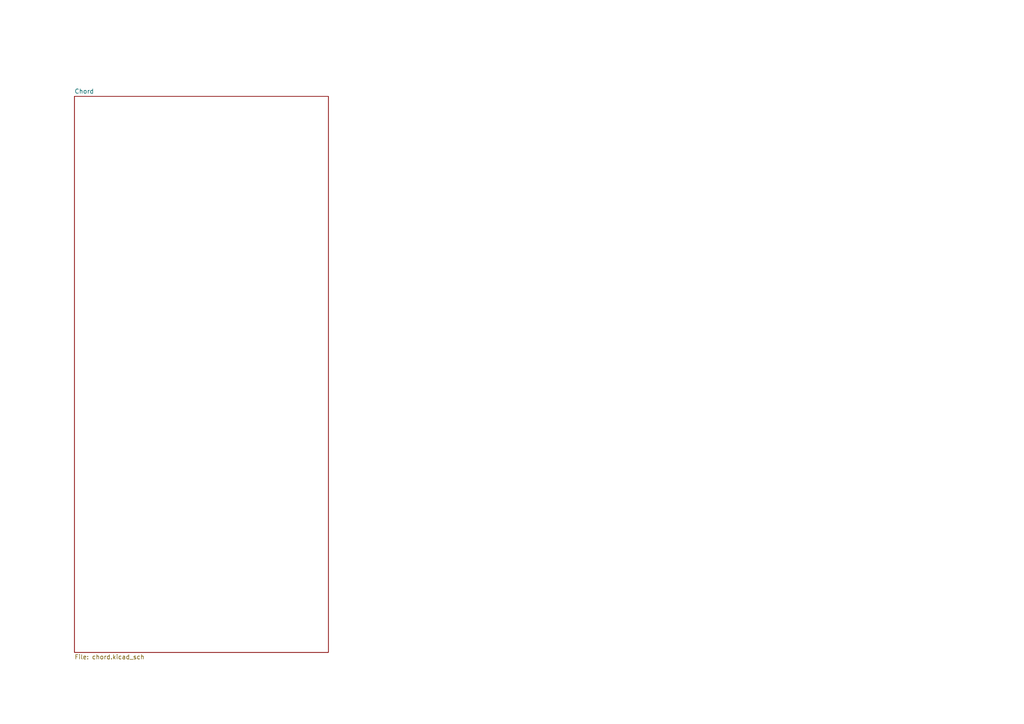
<source format=kicad_sch>
(kicad_sch (version 20230121) (generator eeschema)
  (paper "A4")
  (lib_symbols)
  (sheet (at 21.59 27.94) (size 73.66 161.29) (stroke (width 0.1524))
    (property "Sheetname" "Chord" (at 21.59 27.2284 0) (effects (justify left bottom)))
    (property "Sheetfile" "chord.kicad_sch" (at 21.59 189.8146 0) (effects (justify left top)))
  )
)
</source>
